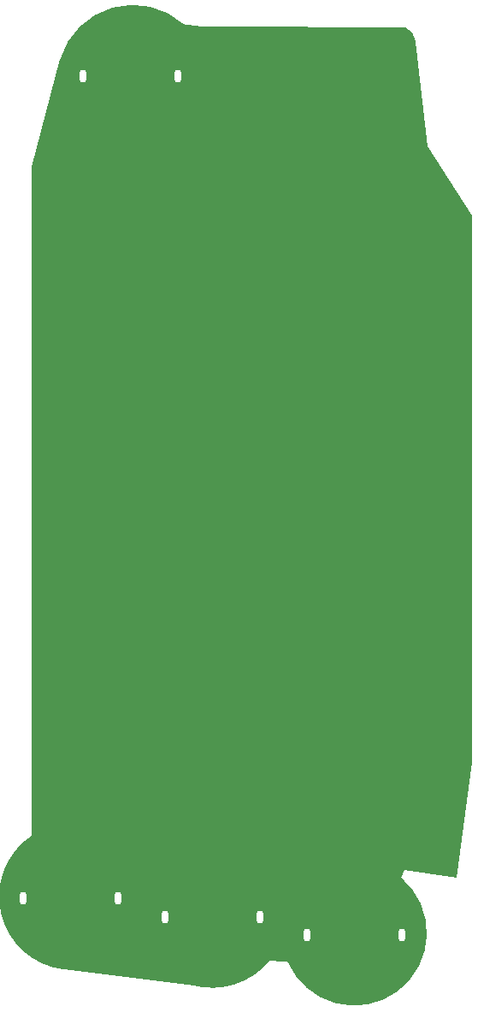
<source format=gbr>
G04 DipTrace 3.2.0.1*
G04 Board.gbr*
%MOIN*%
G04 #@! TF.FileFunction,Drawing,Board polygon*
G04 #@! TF.Part,Single*
%ADD16O,0.028X0.051*%
%FSLAX26Y26*%
G04*
G70*
G90*
G75*
G01*
G04 BoardPoly*
%LPD*%
G36*
X2239241Y2661030D2*
Y1344030D1*
X2179241Y894030D1*
X1975241Y921030D1*
X1960241Y894030D1*
G02X1519241Y564030I-181544J-217059D01*
G01*
X1450241Y570030D1*
G02X1149241Y473030I-226568J187545D01*
G01*
X647241Y535030D1*
G02X520241Y1056030I32523J283907D01*
G01*
Y3663030D1*
X632241Y4082030D1*
G02X1114241Y4218030I284074J-84659D01*
G01*
X1183241Y4209030D1*
X1225241D1*
X1978241Y4206030D1*
G02X2017241Y4152030I-23472J-58035D01*
G01*
X2065241Y3741030D1*
X2239241Y3471030D1*
Y2661030D1*
G37*
G04 BoardPoly Clear*
%LPC*%
D16*
X1090241Y4014530D3*
X720241Y4015530D3*
X859241Y811530D3*
X489241D3*
X1963241Y669530D3*
X1593241Y670530D3*
X1041241Y738530D3*
X1411241Y739530D3*
M02*

</source>
